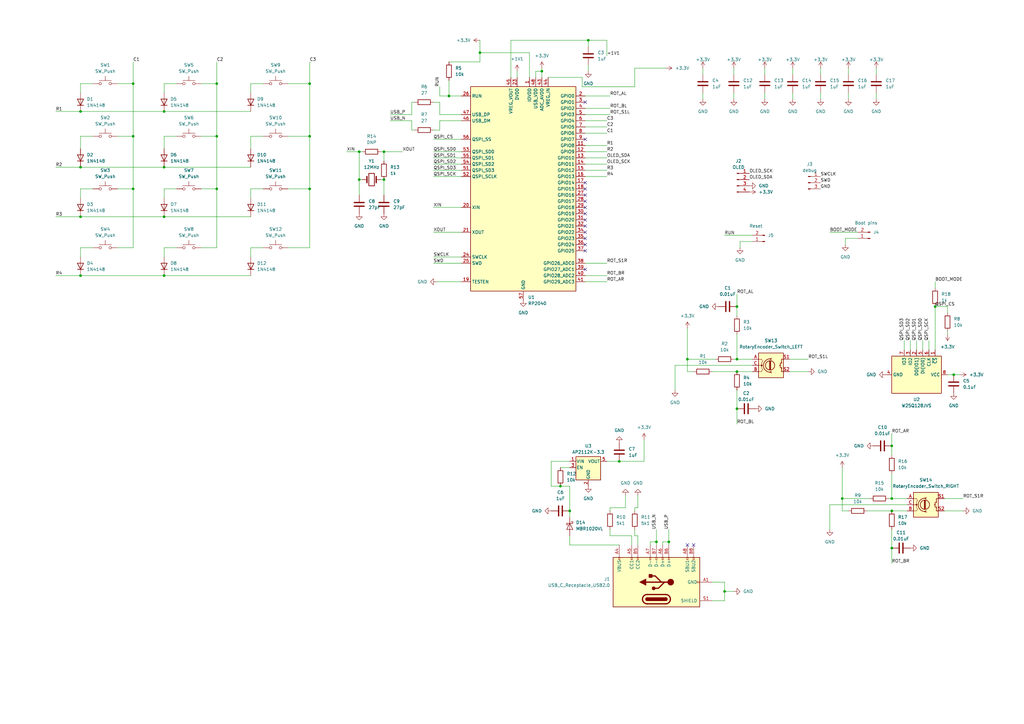
<source format=kicad_sch>
(kicad_sch (version 20230121) (generator eeschema)
  (paper "A3")
  (title_block (title "smol moth macropad :)") (date "2023-06-17") (rev "0.1"))
  (junction (at 67.31 68.58))
  (junction (at 274.32 222.25))
  (junction (at 302.26 125.73))
  (junction (at 297.18 242.57))
  (junction (at 365.76 204.47))
  (junction (at 88.9 34.29))
  (junction (at 33.02 45.72))
  (junction (at 269.24 222.25))
  (junction (at 67.31 113.03))
  (junction (at 33.02 88.9))
  (junction (at 222.25 29.21))
  (junction (at 147.32 62.23))
  (junction (at 33.02 68.58))
  (junction (at 345.44 204.47))
  (junction (at 365.76 224.79))
  (junction (at 88.9 77.47))
  (junction (at 127 77.47))
  (junction (at 33.02 113.03))
  (junction (at 54.61 55.88))
  (junction (at 281.94 147.32))
  (junction (at 241.3 16.51))
  (junction (at 127 34.29))
  (junction (at 229.87 199.39))
  (junction (at 302.26 152.4))
  (junction (at 157.48 62.23))
  (junction (at 196.85 21.59))
  (junction (at 54.61 34.29))
  (junction (at 127 55.88))
  (junction (at 365.76 209.55))
  (junction (at 88.9 55.88))
  (junction (at 67.31 88.9))
  (junction (at 365.76 182.88))
  (junction (at 302.26 147.32))
  (junction (at 302.26 167.64))
  (junction (at 254 189.23))
  (junction (at 391.16 153.67))
  (junction (at 383.54 125.73))
  (junction (at 157.48 73.66))
  (junction (at 147.32 73.66))
  (junction (at 233.68 209.55))
  (junction (at 54.61 77.47))
  (junction (at 184.15 39.37))
  (junction (at 67.31 45.72))
  (no_connect (at 240.03 82.55))
  (no_connect (at 240.03 90.17))
  (no_connect (at 240.03 77.47))
  (no_connect (at 281.94 223.52))
  (no_connect (at 240.03 57.15))
  (no_connect (at 240.03 102.87))
  (no_connect (at 240.03 80.01))
  (no_connect (at 240.03 87.63))
  (no_connect (at 240.03 85.09))
  (no_connect (at 240.03 74.93))
  (no_connect (at 240.03 97.79))
  (no_connect (at 284.48 223.52))
  (no_connect (at 240.03 100.33))
  (no_connect (at 240.03 95.25))
  (no_connect (at 240.03 41.91))
  (no_connect (at 240.03 92.71))
  (no_connect (at 240.03 110.49))
  (wire (pts (xy 271.78 223.52) (xy 271.78 222.25)))
  (wire (pts (xy 302.26 160.02) (xy 302.26 167.64)))
  (wire (pts (xy 157.48 62.23) (xy 165.1 62.23)))
  (wire (pts (xy 240.03 46.99) (xy 250.19 46.99)))
  (wire (pts (xy 254 189.23) (xy 264.16 189.23)))
  (wire (pts (xy 118.11 55.88) (xy 127 55.88)))
  (wire (pts (xy 240.03 52.07) (xy 248.92 52.07)))
  (wire (pts (xy 147.32 62.23) (xy 148.59 62.23)))
  (wire (pts (xy 240.03 113.03) (xy 248.92 113.03)))
  (wire (pts (xy 33.02 113.03) (xy 67.31 113.03)))
  (wire (pts (xy 383.54 115.57) (xy 383.54 118.11)))
  (wire (pts (xy 102.87 55.88) (xy 102.87 60.96)))
  (wire (pts (xy 177.8 57.15) (xy 189.23 57.15)))
  (wire (pts (xy 168.91 53.34) (xy 168.91 49.53)))
  (wire (pts (xy 180.34 49.53) (xy 189.23 49.53)))
  (wire (pts (xy 222.25 29.21) (xy 222.25 31.75)))
  (wire (pts (xy 372.11 207.01) (xy 340.36 207.01)))
  (wire (pts (xy 260.35 27.94) (xy 273.05 27.94)))
  (wire (pts (xy 67.31 113.03) (xy 102.87 113.03)))
  (wire (pts (xy 177.8 64.77) (xy 189.23 64.77)))
  (wire (pts (xy 383.54 125.73) (xy 388.62 125.73)))
  (wire (pts (xy 375.92 139.7) (xy 375.92 143.51)))
  (wire (pts (xy 347.98 27.94) (xy 347.98 30.48)))
  (wire (pts (xy 147.32 73.66) (xy 147.32 62.23)))
  (wire (pts (xy 336.55 38.1) (xy 336.55 40.64)))
  (wire (pts (xy 250.19 217.17) (xy 250.19 219.71)))
  (wire (pts (xy 248.92 189.23) (xy 254 189.23)))
  (wire (pts (xy 177.8 85.09) (xy 189.23 85.09)))
  (wire (pts (xy 346.71 97.79) (xy 346.71 100.33)))
  (wire (pts (xy 72.39 34.29) (xy 67.31 34.29)))
  (wire (pts (xy 260.35 35.56) (xy 260.35 27.94)))
  (wire (pts (xy 88.9 77.47) (xy 88.9 101.6)))
  (wire (pts (xy 264.16 189.23) (xy 264.16 180.34)))
  (wire (pts (xy 269.24 217.17) (xy 269.24 222.25)))
  (wire (pts (xy 209.55 31.75) (xy 209.55 16.51)))
  (wire (pts (xy 38.1 77.47) (xy 33.02 77.47)))
  (wire (pts (xy 102.87 34.29) (xy 102.87 38.1)))
  (wire (pts (xy 274.32 217.17) (xy 274.32 222.25)))
  (wire (pts (xy 180.34 53.34) (xy 180.34 49.53)))
  (wire (pts (xy 300.99 147.32) (xy 302.26 147.32)))
  (wire (pts (xy 345.44 204.47) (xy 345.44 191.77)))
  (wire (pts (xy 184.15 25.4) (xy 196.85 25.4)))
  (wire (pts (xy 297.18 96.52) (xy 308.61 96.52)))
  (wire (pts (xy 313.69 38.1) (xy 313.69 40.64)))
  (wire (pts (xy 266.7 223.52) (xy 266.7 222.25)))
  (wire (pts (xy 281.94 147.32) (xy 281.94 134.62)))
  (wire (pts (xy 168.91 53.34) (xy 170.18 53.34)))
  (wire (pts (xy 33.02 55.88) (xy 33.02 60.96)))
  (wire (pts (xy 107.95 101.6) (xy 102.87 101.6)))
  (wire (pts (xy 303.53 99.06) (xy 303.53 101.6)))
  (wire (pts (xy 260.35 208.28) (xy 261.62 208.28)))
  (wire (pts (xy 156.21 62.23) (xy 157.48 62.23)))
  (wire (pts (xy 260.35 208.28) (xy 260.35 209.55)))
  (wire (pts (xy 168.91 49.53) (xy 160.02 49.53)))
  (wire (pts (xy 308.61 152.4) (xy 302.26 152.4)))
  (wire (pts (xy 177.8 105.41) (xy 189.23 105.41)))
  (wire (pts (xy 345.44 209.55) (xy 345.44 204.47)))
  (wire (pts (xy 241.3 26.67) (xy 241.3 29.21)))
  (wire (pts (xy 157.48 73.66) (xy 157.48 80.01)))
  (wire (pts (xy 248.92 16.51) (xy 248.92 22.86)))
  (wire (pts (xy 54.61 77.47) (xy 54.61 101.6)))
  (wire (pts (xy 300.99 38.1) (xy 300.99 40.64)))
  (wire (pts (xy 274.32 222.25) (xy 274.32 223.52)))
  (wire (pts (xy 240.03 115.57) (xy 248.92 115.57)))
  (wire (pts (xy 238.76 35.56) (xy 260.35 35.56)))
  (wire (pts (xy 33.02 68.58) (xy 67.31 68.58)))
  (wire (pts (xy 365.76 194.31) (xy 365.76 204.47)))
  (wire (pts (xy 127 34.29) (xy 127 55.88)))
  (wire (pts (xy 72.39 101.6) (xy 67.31 101.6)))
  (wire (pts (xy 33.02 77.47) (xy 33.02 81.28)))
  (wire (pts (xy 88.9 34.29) (xy 88.9 55.88)))
  (wire (pts (xy 67.31 101.6) (xy 67.31 105.41)))
  (wire (pts (xy 323.85 147.32) (xy 331.47 147.32)))
  (wire (pts (xy 177.8 53.34) (xy 180.34 53.34)))
  (wire (pts (xy 365.76 217.17) (xy 365.76 224.79)))
  (wire (pts (xy 365.76 177.8) (xy 365.76 182.88)))
  (wire (pts (xy 302.26 167.64) (xy 302.26 173.99)))
  (wire (pts (xy 147.32 80.01) (xy 147.32 73.66)))
  (wire (pts (xy 88.9 25.4) (xy 88.9 34.29)))
  (wire (pts (xy 387.35 204.47) (xy 394.97 204.47)))
  (wire (pts (xy 240.03 107.95) (xy 248.92 107.95)))
  (wire (pts (xy 88.9 55.88) (xy 88.9 77.47)))
  (wire (pts (xy 54.61 25.4) (xy 54.61 34.29)))
  (wire (pts (xy 107.95 77.47) (xy 102.87 77.47)))
  (wire (pts (xy 196.85 25.4) (xy 196.85 21.59)))
  (wire (pts (xy 102.87 101.6) (xy 102.87 105.41)))
  (wire (pts (xy 391.16 153.67) (xy 393.7 153.67)))
  (wire (pts (xy 156.21 73.66) (xy 157.48 73.66)))
  (wire (pts (xy 127 25.4) (xy 127 34.29)))
  (wire (pts (xy 233.68 209.55) (xy 233.68 212.09)))
  (wire (pts (xy 177.8 107.95) (xy 189.23 107.95)))
  (wire (pts (xy 48.26 34.29) (xy 54.61 34.29)))
  (wire (pts (xy 168.91 41.91) (xy 168.91 46.99)))
  (wire (pts (xy 365.76 224.79) (xy 365.76 231.14)))
  (wire (pts (xy 238.76 31.75) (xy 238.76 35.56)))
  (wire (pts (xy 168.91 41.91) (xy 170.18 41.91)))
  (wire (pts (xy 219.71 31.75) (xy 219.71 29.21)))
  (wire (pts (xy 365.76 204.47) (xy 372.11 204.47)))
  (wire (pts (xy 54.61 55.88) (xy 54.61 77.47)))
  (wire (pts (xy 22.86 113.03) (xy 33.02 113.03)))
  (wire (pts (xy 250.19 208.28) (xy 250.19 209.55)))
  (wire (pts (xy 241.3 16.51) (xy 241.3 19.05)))
  (wire (pts (xy 250.19 208.28) (xy 256.54 208.28)))
  (wire (pts (xy 271.78 222.25) (xy 274.32 222.25)))
  (wire (pts (xy 179.07 115.57) (xy 189.23 115.57)))
  (wire (pts (xy 240.03 39.37) (xy 250.19 39.37)))
  (wire (pts (xy 284.48 152.4) (xy 281.94 152.4)))
  (wire (pts (xy 370.84 139.7) (xy 370.84 143.51)))
  (wire (pts (xy 38.1 55.88) (xy 33.02 55.88)))
  (wire (pts (xy 240.03 44.45) (xy 250.19 44.45)))
  (wire (pts (xy 212.09 29.21) (xy 212.09 31.75)))
  (wire (pts (xy 82.55 77.47) (xy 88.9 77.47)))
  (wire (pts (xy 229.87 199.39) (xy 233.68 199.39)))
  (wire (pts (xy 88.9 101.6) (xy 82.55 101.6)))
  (wire (pts (xy 388.62 135.89) (xy 388.62 137.16)))
  (wire (pts (xy 102.87 77.47) (xy 102.87 81.28)))
  (wire (pts (xy 22.86 88.9) (xy 33.02 88.9)))
  (wire (pts (xy 67.31 34.29) (xy 67.31 38.1)))
  (wire (pts (xy 72.39 55.88) (xy 67.31 55.88)))
  (wire (pts (xy 347.98 38.1) (xy 347.98 40.64)))
  (wire (pts (xy 261.62 208.28) (xy 261.62 203.2)))
  (wire (pts (xy 54.61 101.6) (xy 48.26 101.6)))
  (wire (pts (xy 229.87 191.77) (xy 233.68 191.77)))
  (wire (pts (xy 378.46 139.7) (xy 378.46 143.51)))
  (wire (pts (xy 177.8 62.23) (xy 189.23 62.23)))
  (wire (pts (xy 48.26 55.88) (xy 54.61 55.88)))
  (wire (pts (xy 33.02 88.9) (xy 67.31 88.9)))
  (wire (pts (xy 241.3 16.51) (xy 248.92 16.51)))
  (wire (pts (xy 127 77.47) (xy 127 101.6)))
  (wire (pts (xy 269.24 222.25) (xy 269.24 223.52)))
  (wire (pts (xy 365.76 209.55) (xy 355.6 209.55)))
  (wire (pts (xy 217.17 31.75) (xy 217.17 21.59)))
  (wire (pts (xy 359.41 38.1) (xy 359.41 40.64)))
  (wire (pts (xy 240.03 72.39) (xy 248.92 72.39)))
  (wire (pts (xy 302.26 125.73) (xy 302.26 129.54)))
  (wire (pts (xy 325.12 27.94) (xy 325.12 30.48)))
  (wire (pts (xy 224.79 31.75) (xy 238.76 31.75)))
  (wire (pts (xy 67.31 55.88) (xy 67.31 60.96)))
  (wire (pts (xy 54.61 34.29) (xy 54.61 55.88)))
  (wire (pts (xy 281.94 147.32) (xy 293.37 147.32)))
  (wire (pts (xy 217.17 21.59) (xy 196.85 21.59)))
  (wire (pts (xy 256.54 208.28) (xy 256.54 203.2)))
  (wire (pts (xy 226.06 199.39) (xy 226.06 189.23)))
  (wire (pts (xy 276.86 149.86) (xy 276.86 160.02)))
  (wire (pts (xy 229.87 199.39) (xy 226.06 199.39)))
  (wire (pts (xy 297.18 246.38) (xy 297.18 242.57)))
  (wire (pts (xy 260.35 219.71) (xy 261.62 219.71)))
  (wire (pts (xy 82.55 55.88) (xy 88.9 55.88)))
  (wire (pts (xy 297.18 242.57) (xy 297.18 238.76)))
  (wire (pts (xy 345.44 204.47) (xy 356.87 204.47)))
  (wire (pts (xy 300.99 27.94) (xy 300.99 30.48)))
  (wire (pts (xy 288.29 38.1) (xy 288.29 40.64)))
  (wire (pts (xy 308.61 99.06) (xy 303.53 99.06)))
  (wire (pts (xy 359.41 27.94) (xy 359.41 30.48)))
  (wire (pts (xy 118.11 77.47) (xy 127 77.47)))
  (wire (pts (xy 297.18 238.76) (xy 292.1 238.76)))
  (wire (pts (xy 325.12 38.1) (xy 325.12 40.64)))
  (wire (pts (xy 127 55.88) (xy 127 77.47)))
  (wire (pts (xy 240.03 49.53) (xy 248.92 49.53)))
  (wire (pts (xy 180.34 41.91) (xy 180.34 46.99)))
  (wire (pts (xy 347.98 209.55) (xy 345.44 209.55)))
  (wire (pts (xy 233.68 199.39) (xy 233.68 209.55)))
  (wire (pts (xy 336.55 27.94) (xy 336.55 30.48)))
  (wire (pts (xy 184.15 39.37) (xy 180.34 39.37)))
  (wire (pts (xy 177.8 69.85) (xy 189.23 69.85)))
  (wire (pts (xy 261.62 219.71) (xy 261.62 223.52)))
  (wire (pts (xy 292.1 246.38) (xy 297.18 246.38)))
  (wire (pts (xy 48.26 77.47) (xy 54.61 77.47)))
  (wire (pts (xy 288.29 27.94) (xy 288.29 30.48)))
  (wire (pts (xy 72.39 77.47) (xy 67.31 77.47)))
  (wire (pts (xy 240.03 64.77) (xy 248.92 64.77)))
  (wire (pts (xy 302.26 137.16) (xy 302.26 147.32)))
  (wire (pts (xy 340.36 95.25) (xy 351.79 95.25)))
  (wire (pts (xy 387.35 209.55) (xy 394.97 209.55)))
  (wire (pts (xy 107.95 55.88) (xy 102.87 55.88)))
  (wire (pts (xy 67.31 45.72) (xy 102.87 45.72)))
  (wire (pts (xy 184.15 39.37) (xy 184.15 33.02)))
  (wire (pts (xy 323.85 152.4) (xy 331.47 152.4)))
  (wire (pts (xy 266.7 222.25) (xy 269.24 222.25)))
  (wire (pts (xy 383.54 143.51) (xy 383.54 125.73)))
  (wire (pts (xy 209.55 16.51) (xy 241.3 16.51)))
  (wire (pts (xy 308.61 149.86) (xy 276.86 149.86)))
  (wire (pts (xy 250.19 219.71) (xy 259.08 219.71)))
  (wire (pts (xy 302.26 120.65) (xy 302.26 125.73)))
  (wire (pts (xy 351.79 97.79) (xy 346.71 97.79)))
  (wire (pts (xy 240.03 59.69) (xy 248.92 59.69)))
  (wire (pts (xy 340.36 207.01) (xy 340.36 217.17)))
  (wire (pts (xy 157.48 66.04) (xy 157.48 62.23)))
  (wire (pts (xy 313.69 27.94) (xy 313.69 30.48)))
  (wire (pts (xy 226.06 189.23) (xy 233.68 189.23)))
  (wire (pts (xy 364.49 204.47) (xy 365.76 204.47)))
  (wire (pts (xy 240.03 67.31) (xy 248.92 67.31)))
  (wire (pts (xy 168.91 46.99) (xy 160.02 46.99)))
  (wire (pts (xy 177.8 72.39) (xy 189.23 72.39)))
  (wire (pts (xy 180.34 46.99) (xy 189.23 46.99)))
  (wire (pts (xy 38.1 101.6) (xy 33.02 101.6)))
  (wire (pts (xy 127 101.6) (xy 118.11 101.6)))
  (wire (pts (xy 240.03 54.61) (xy 248.92 54.61)))
  (wire (pts (xy 240.03 69.85) (xy 248.92 69.85)))
  (wire (pts (xy 254 223.52) (xy 233.68 223.52)))
  (wire (pts (xy 177.8 41.91) (xy 180.34 41.91)))
  (wire (pts (xy 67.31 88.9) (xy 102.87 88.9)))
  (wire (pts (xy 33.02 101.6) (xy 33.02 105.41)))
  (wire (pts (xy 33.02 45.72) (xy 67.31 45.72)))
  (wire (pts (xy 118.11 34.29) (xy 127 34.29)))
  (wire (pts (xy 147.32 73.66) (xy 148.59 73.66)))
  (wire (pts (xy 22.86 45.72) (xy 33.02 45.72)))
  (wire (pts (xy 107.95 34.29) (xy 102.87 34.29)))
  (wire (pts (xy 373.38 139.7) (xy 373.38 143.51)))
  (wire (pts (xy 82.55 34.29) (xy 88.9 34.29)))
  (wire (pts (xy 67.31 68.58) (xy 102.87 68.58)))
  (wire (pts (xy 260.35 217.17) (xy 260.35 219.71)))
  (wire (pts (xy 67.31 77.47) (xy 67.31 81.28)))
  (wire (pts (xy 33.02 34.29) (xy 33.02 38.1)))
  (wire (pts (xy 365.76 182.88) (xy 365.76 186.69)))
  (wire (pts (xy 381 139.7) (xy 381 143.51)))
  (wire (pts (xy 372.11 209.55) (xy 365.76 209.55)))
  (wire (pts (xy 142.24 62.23) (xy 147.32 62.23)))
  (wire (pts (xy 297.18 242.57) (xy 300.99 242.57)))
  (wire (pts (xy 302.26 147.32) (xy 308.61 147.32)))
  (wire (pts (xy 177.8 95.25) (xy 189.23 95.25)))
  (wire (pts (xy 222.25 27.94) (xy 222.25 29.21)))
  (wire (pts (xy 189.23 39.37) (xy 184.15 39.37)))
  (wire (pts (xy 177.8 67.31) (xy 189.23 67.31)))
  (wire (pts (xy 240.03 62.23) (xy 248.92 62.23)))
  (wire (pts (xy 302.26 152.4) (xy 292.1 152.4)))
  (wire (pts (xy 38.1 34.29) (xy 33.02 34.29)))
  (wire (pts (xy 196.85 21.59) (xy 196.85 16.51)))
  (wire (pts (xy 233.68 223.52) (xy 233.68 219.71)))
  (wire (pts (xy 259.08 219.71) (xy 259.08 223.52)))
  (wire (pts (xy 388.62 125.73) (xy 388.62 128.27)))
  (wire (pts (xy 281.94 152.4) (xy 281.94 147.32)))
  (wire (pts (xy 180.34 35.56) (xy 180.34 39.37)))
  (wire (pts (xy 388.62 153.67) (xy 391.16 153.67)))
  (wire (pts (xy 219.71 29.21) (xy 222.25 29.21)))
  (wire (pts (xy 22.86 68.58) (xy 33.02 68.58)))
  (label "USB_P" (at 160.02 46.99 0))
  (label "ROT_AL" (at 250.19 39.37 0))
  (label "USB_P" (at 274.32 217.17 90))
  (label "RUN" (at 180.34 35.56 90))
  (label "C3" (at 248.92 49.53 0))
  (label "OLED_SCK" (at 248.92 67.31 0))
  (label "GND" (at 336.55 77.47 0))
  (label "QSPI_SD0" (at 177.8 62.23 0))
  (label "BOOT_MODE" (at 383.54 115.57 0))
  (label "R2" (at 22.86 68.58 0))
  (label "+1V1" (at 248.92 22.86 0))
  (label "SWCLK" (at 177.8 105.41 0))
  (label "XOUT" (at 165.1 62.23 0))
  (label "R1" (at 248.92 59.69 0))
  (label "ROT_AL" (at 302.26 120.65 0))
  (label "SWD" (at 177.8 107.95 0))
  (label "QSPI_SD2" (at 373.38 139.7 90))
  (label "USB_N" (at 160.02 49.53 0))
  (label "R1" (at 22.86 45.72 0))
  (label "C2" (at 88.9 25.4 0))
  (label "OLED_SCK" (at 307.34 71.12 0))
  (label "ROT_BR" (at 248.92 113.03 0))
  (label "OLED_SDA" (at 248.92 64.77 0))
  (label "RUN" (at 297.18 96.52 0))
  (label "ROT_BR" (at 365.76 231.14 0))
  (label "QSPI_SD3" (at 370.84 139.7 90))
  (label "R4" (at 22.86 113.03 0))
  (label "R3" (at 22.86 88.9 0))
  (label "ROT_S1L" (at 331.47 147.32 0))
  (label "BOOT_MODE" (at 340.36 95.25 0))
  (label "ROT_S1R" (at 394.97 204.47 0))
  (label "ROT_S1R" (at 248.92 107.95 0))
  (label "XIN" (at 142.24 62.23 0))
  (label "SWCLK" (at 336.55 72.39 0))
  (label "C1" (at 248.92 54.61 0))
  (label "XIN" (at 177.8 85.09 0))
  (label "C2" (at 248.92 52.07 0))
  (label "SWD" (at 336.55 74.93 0))
  (label "ROT_BL" (at 250.19 44.45 0))
  (label "QSPI_SCK" (at 177.8 72.39 0))
  (label "ROT_AR" (at 248.92 115.57 0))
  (label "C3" (at 127 25.4 0))
  (label "R4" (at 248.92 72.39 0))
  (label "XOUT" (at 177.8 95.25 0))
  (label "QSPI_SD1" (at 177.8 64.77 0))
  (label "R3" (at 248.92 69.85 0))
  (label "ROT_AR" (at 365.76 177.8 0))
  (label "QSPI_CS" (at 177.8 57.15 0))
  (label "C1" (at 54.61 25.4 0))
  (label "QSPI_SCK" (at 381 139.7 90))
  (label "QSPI_CS" (at 383.54 125.73 0))
  (label "OLED_SDA" (at 307.34 73.66 0))
  (label "QSPI_SD1" (at 375.92 139.7 90))
  (label "QSPI_SD2" (at 177.8 67.31 0))
  (label "QSPI_SD0" (at 378.46 139.7 90))
  (label "USB_N" (at 269.24 217.17 90))
  (label "ROT_S1L" (at 250.19 46.99 0))
  (label "R2" (at 248.92 62.23 0))
  (label "ROT_BL" (at 302.26 173.99 0))
  (label "QSPI_SD3" (at 177.8 69.85 0))
  (symbol (lib_id "Diode:MBR1020VL") (at 233.68 215.9 270) (unit 1)
    (property "Reference" "D14" (at 236.22 214.3125 90) (effects (justify left)))
    (property "Value" "MBR1020VL" (at 236.22 216.8525 90) (effects (justify left)))
    (property "Footprint" "Diode_SMD:D_SOD-123F" (effects hide))
    (property "Datasheet" "https://www.onsemi.com/pub/Collateral/MBR1020VL-D.PDF" (effects hide))
  )
  (symbol (lib_id "Device:C") (at 300.99 34.29 0) (unit 1)
    (property "Reference" "C12" (at 304.8 33.02 0) (effects (justify left)))
    (property "Value" "1uF" (at 304.8 35.56 0) (effects (justify left)))
    (property "Footprint" "Capacitor_SMD:C_0603_1608Metric" (effects hide))
  )
  (symbol (lib_id "Device:C") (at 361.95 182.88 90) (unit 1)
    (property "Reference" "C10" (at 361.95 175.26 90))
    (property "Value" "0.01uF" (at 361.95 177.8 90))
    (property "Footprint" "Capacitor_SMD:C_0603_1608Metric" (effects hide))
  )
  (symbol (lib_id "power:+3.3V") (at 347.98 27.94 0) (unit 1)
    (property "Reference" "#PWR041" (effects hide))
    (property "Value" "+3.3V" (at 347.98 24.4381 0))
  )
  (symbol (lib_id "power:GND") (at 373.38 224.79 90) (unit 1)
    (property "Reference" "#PWR025" (effects hide))
    (property "Value" "GND" (at 377.19 224.79 90) (effects (justify right)))
  )
  (symbol (lib_id "power:+3.3V") (at 288.29 27.94 0) (unit 1)
    (property "Reference" "#PWR032" (effects hide))
    (property "Value" "+3.3V" (at 288.29 24.4381 0))
  )
  (symbol (lib_name "GND_2") (lib_id "power:GND") (at 313.69 40.64 0) (unit 1)
    (property "Reference" "#PWR036" (effects hide))
    (property "Value" "GND" (at 313.69 45.72 0))
  )
  (symbol (lib_id "Switch:SW_Push") (at 77.47 34.29 0) (unit 1)
    (property "Reference" "SW5" (at 77.47 26.67 0))
    (property "Value" "SW_Push" (at 77.47 29.21 0))
    (property "Footprint" "PCM_Switch_Keyboard_Cherry_MX:SW_Cherry_MX_Plate" (effects hide))
  )
  (symbol (lib_id "Device:R") (at 152.4 62.23 90) (unit 1)
    (property "Reference" "R14" (at 152.4 55.88 90))
    (property "Value" "DNP" (at 152.4 58.42 90))
    (property "Footprint" "Resistor_SMD:R_0603_1608Metric" (effects hide))
  )
  (symbol (lib_id "Device:R") (at 260.35 213.36 0) (unit 1)
    (property "Reference" "R11" (at 262.89 212.09 0) (effects (justify left)))
    (property "Value" "5k1" (at 262.89 214.63 0) (effects (justify left)))
    (property "Footprint" "Resistor_SMD:R_0603_1608Metric" (effects hide))
  )
  (symbol (lib_id "power:+3.3V") (at 325.12 27.94 0) (unit 1)
    (property "Reference" "#PWR037" (effects hide))
    (property "Value" "+3.3V" (at 325.12 24.4381 0))
  )
  (symbol (lib_name "GND_9") (lib_id "power:GND") (at 241.3 199.39 0) (unit 1)
    (property "Reference" "#PWR022" (effects hide))
    (property "Value" "GND" (at 241.3 204.47 0))
  )
  (symbol (lib_id "Connector:Conn_01x02_Pin") (at 356.87 97.79 180) (unit 1)
    (property "Reference" "J4" (at 358.14 95.25 0) (effects (justify right)))
    (property "Value" "Boot pins" (at 350.52 91.44 0) (effects (justify right)))
    (property "Footprint" "Connector_PinHeader_2.54mm:PinHeader_1x02_P2.54mm_Vertical" (effects hide))
  )
  (symbol (lib_id "Device:C") (at 313.69 34.29 0) (unit 1)
    (property "Reference" "C13" (at 317.5 33.02 0) (effects (justify left)))
    (property "Value" "1uF" (at 317.5 35.56 0) (effects (justify left)))
    (property "Footprint" "Capacitor_SMD:C_0603_1608Metric" (effects hide))
  )
  (symbol (lib_id "power:GND") (at 157.48 87.63 0) (unit 1)
    (property "Reference" "#PWR029" (effects hide))
    (property "Value" "GND" (at 157.48 92.71 0))
  )
  (symbol (lib_id "power:+1V1") (at 212.09 29.21 0) (unit 1)
    (property "Reference" "#PWR07" (effects hide))
    (property "Value" "+1V1" (at 212.09 24.13 0))
  )
  (symbol (lib_id "Diode:1N4148") (at 67.31 64.77 90) (unit 1)
    (property "Reference" "D6" (at 69.85 63.5 90) (effects (justify right)))
    (property "Value" "1N4148" (at 69.85 66.04 90) (effects (justify right)))
    (property "Footprint" "Diode_THT:D_DO-35_SOD27_P7.62mm_Horizontal" (effects hide))
    (property "Datasheet" "https://assets.nexperia.com/documents/data-sheet/1N4148_1N4448.pdf" (effects hide))
    (property "Sim.Device" "D" (effects hide))
    (property "Sim.Pins" "1=K 2=A" (effects hide))
  )
  (symbol (lib_id "Device:R") (at 388.62 132.08 0) (unit 1)
    (property "Reference" "R8" (at 391.16 130.81 0) (effects (justify left)))
    (property "Value" "10k" (at 391.16 133.35 0) (effects (justify left)))
    (property "Footprint" "Resistor_SMD:R_0603_1608Metric" (effects hide))
  )
  (symbol (lib_id "power:+3.3V") (at 222.25 27.94 0) (unit 1)
    (property "Reference" "#PWR011" (effects hide))
    (property "Value" "+3.3V" (at 222.25 22.86 0))
  )
  (symbol (lib_id "power:GND") (at 346.71 100.33 0) (unit 1)
    (property "Reference" "#PWR047" (effects hide))
    (property "Value" "GND" (at 346.71 105.41 0))
  )
  (symbol (lib_name "GND_5") (lib_id "power:GND") (at 256.54 203.2 180) (unit 1)
    (property "Reference" "#PWR017" (effects hide))
    (property "Value" "GND" (at 256.54 198.12 0))
  )
  (symbol (lib_name "GND_2") (lib_id "power:GND") (at 359.41 40.64 0) (unit 1)
    (property "Reference" "#PWR044" (effects hide))
    (property "Value" "GND" (at 359.41 45.72 0))
  )
  (symbol (lib_id "power:GND") (at 294.64 125.73 270) (unit 1)
    (property "Reference" "#PWR031" (effects hide))
    (property "Value" "GND" (at 290.83 125.73 90) (effects (justify right)))
  )
  (symbol (lib_id "power:GND") (at 147.32 87.63 0) (unit 1)
    (property "Reference" "#PWR028" (effects hide))
    (property "Value" "GND" (at 147.32 92.71 0))
  )
  (symbol (lib_id "Switch:SW_Push") (at 113.03 55.88 0) (unit 1)
    (property "Reference" "SW10" (at 113.03 48.26 0))
    (property "Value" "SW_Push" (at 113.03 50.8 0))
    (property "Footprint" "PCM_Switch_Keyboard_Cherry_MX:SW_Cherry_MX_Plate" (effects hide))
  )
  (symbol (lib_id "Device:RotaryEncoder_Switch") (at 379.73 207.01 0) (unit 1)
    (property "Reference" "SW14" (at 379.73 196.85 0))
    (property "Value" "RotaryEncoder_Switch_RIGHT" (at 379.73 199.39 0))
    (property "Footprint" "Rotary_Encoder:RotaryEncoder_Alps_EC11E-Switch_Vertical_H20mm" (effects hide))
  )
  (symbol (lib_name "GND_2") (lib_id "power:GND") (at 300.99 40.64 0) (unit 1)
    (property "Reference" "#PWR034" (effects hide))
    (property "Value" "GND" (at 300.99 45.72 0))
  )
  (symbol (lib_id "Device:C") (at 157.48 83.82 0) (unit 1)
    (property "Reference" "C9" (at 161.29 82.55 0) (effects (justify left)))
    (property "Value" "27pF" (at 161.29 85.09 0) (effects (justify left)))
    (property "Footprint" "Capacitor_SMD:C_0603_1608Metric" (effects hide))
  )
  (symbol (lib_id "Device:C") (at 325.12 34.29 0) (unit 1)
    (property "Reference" "C14" (at 328.93 33.02 0) (effects (justify left)))
    (property "Value" "1uF" (at 328.93 35.56 0) (effects (justify left)))
    (property "Footprint" "Capacitor_SMD:C_0603_1608Metric" (effects hide))
  )
  (symbol (lib_id "Device:R") (at 365.76 213.36 0) (unit 1)
    (property "Reference" "R17" (at 368.3 212.09 0) (effects (justify left)))
    (property "Value" "10k" (at 368.3 214.63 0) (effects (justify left)))
    (property "Footprint" "Resistor_SMD:R_0603_1608Metric" (effects hide))
  )
  (symbol (lib_id "power:+3.3V") (at 388.62 137.16 180) (unit 1)
    (property "Reference" "#PWR015" (effects hide))
    (property "Value" "+3.3V" (at 388.62 142.24 0))
  )
  (symbol (lib_id "Switch:SW_Push") (at 113.03 77.47 0) (unit 1)
    (property "Reference" "SW11" (at 113.03 69.85 0))
    (property "Value" "SW_Push" (at 113.03 72.39 0))
    (property "Footprint" "PCM_Switch_Keyboard_Cherry_MX:SW_Cherry_MX_Plate" (effects hide))
  )
  (symbol (lib_id "power:GND") (at 394.97 209.55 90) (unit 1)
    (property "Reference" "#PWR046" (effects hide))
    (property "Value" "GND" (at 398.78 209.55 90) (effects (justify right)))
  )
  (symbol (lib_id "power:+3.3V") (at 313.69 27.94 0) (unit 1)
    (property "Reference" "#PWR035" (effects hide))
    (property "Value" "+3.3V" (at 313.69 24.4381 0))
  )
  (symbol (lib_id "power:+3.3V") (at 300.99 27.94 0) (unit 1)
    (property "Reference" "#PWR033" (effects hide))
    (property "Value" "+3.3V" (at 300.99 24.4381 0))
  )
  (symbol (lib_name "GND_3") (lib_id "power:GND") (at 363.22 153.67 270) (unit 1)
    (property "Reference" "#PWR012" (effects hide))
    (property "Value" "GND" (at 359.41 153.67 90) (effects (justify right)))
  )
  (symbol (lib_id "Device:R") (at 360.68 204.47 90) (unit 1)
    (property "Reference" "R15" (at 360.68 198.12 90))
    (property "Value" "10k" (at 360.68 200.66 90))
    (property "Footprint" "Resistor_SMD:R_0603_1608Metric" (effects hide))
  )
  (symbol (lib_id "Switch:SW_Push") (at 43.18 77.47 0) (unit 1)
    (property "Reference" "SW3" (at 43.18 69.85 0))
    (property "Value" "SW_Push" (at 43.18 72.39 0))
    (property "Footprint" "PCM_Switch_Keyboard_Cherry_MX:SW_Cherry_MX_Plate" (effects hide))
  )
  (symbol (lib_id "Device:R") (at 383.54 121.92 0) (unit 1)
    (property "Reference" "R18" (at 386.08 120.65 0) (effects (justify left)))
    (property "Value" "1k" (at 386.08 123.19 0) (effects (justify left)))
    (property "Footprint" "Resistor_SMD:R_0603_1608Metric" (effects hide))
  )
  (symbol (lib_id "power:+3.3V") (at 281.94 134.62 0) (unit 1)
    (property "Reference" "#PWR01" (effects hide))
    (property "Value" "+3.3V" (at 281.94 129.54 0))
  )
  (symbol (lib_id "Diode:1N4148") (at 102.87 85.09 90) (unit 1)
    (property "Reference" "D11" (at 105.41 83.82 90) (effects (justify right)))
    (property "Value" "1N4148" (at 105.41 86.36 90) (effects (justify right)))
    (property "Footprint" "Diode_THT:D_DO-35_SOD27_P7.62mm_Horizontal" (effects hide))
    (property "Datasheet" "https://assets.nexperia.com/documents/data-sheet/1N4148_1N4448.pdf" (effects hide))
    (property "Sim.Device" "D" (effects hide))
    (property "Sim.Pins" "1=K 2=A" (effects hide))
  )
  (symbol (lib_id "Device:R") (at 288.29 152.4 90) (unit 1)
    (property "Reference" "R1" (at 288.29 146.05 90))
    (property "Value" "10k" (at 288.29 148.59 90))
    (property "Footprint" "Resistor_SMD:R_0603_1608Metric" (effects hide))
  )
  (symbol (lib_id "Device:Crystal") (at 152.4 73.66 0) (unit 1)
    (property "Reference" "Y1" (at 152.4 66.04 0))
    (property "Value" "12MHz" (at 152.4 68.58 0))
    (property "Footprint" "Crystal:Crystal_HC49-U_Vertical" (effects hide))
  )
  (symbol (lib_id "Device:R") (at 365.76 190.5 0) (unit 1)
    (property "Reference" "R16" (at 368.3 189.23 0) (effects (justify left)))
    (property "Value" "10k" (at 368.3 191.77 0) (effects (justify left)))
    (property "Footprint" "Resistor_SMD:R_0603_1608Metric" (effects hide))
  )
  (symbol (lib_id "Device:R") (at 302.26 133.35 0) (unit 1)
    (property "Reference" "R3" (at 304.8 132.08 0) (effects (justify left)))
    (property "Value" "10k" (at 304.8 134.62 0) (effects (justify left)))
    (property "Footprint" "Resistor_SMD:R_0603_1608Metric" (effects hide))
  )
  (symbol (lib_id "Device:R") (at 229.87 195.58 0) (unit 1)
    (property "Reference" "R12" (at 232.41 194.31 0) (effects (justify left)))
    (property "Value" "10k" (at 232.41 196.85 0) (effects (justify left)))
    (property "Footprint" "Resistor_SMD:R_0603_1608Metric" (effects hide))
  )
  (symbol (lib_id "Connector:Conn_01x04_Pin") (at 302.26 73.66 0) (unit 1)
    (property "Reference" "J2" (at 302.895 66.04 0))
    (property "Value" "OLED" (at 302.895 68.58 0))
    (property "Footprint" "Connector_PinSocket_2.54mm:PinSocket_1x04_P2.54mm_Vertical" (effects hide))
  )
  (symbol (lib_id "Device:C") (at 298.45 125.73 90) (unit 1)
    (property "Reference" "C1" (at 298.45 118.11 90))
    (property "Value" "0.01uF" (at 298.45 120.65 90))
    (property "Footprint" "Capacitor_SMD:C_0603_1608Metric" (effects hide))
  )
  (symbol (lib_id "Device:C") (at 347.98 34.29 0) (unit 1)
    (property "Reference" "C16" (at 351.79 33.02 0) (effects (justify left)))
    (property "Value" "1uF" (at 351.79 35.56 0) (effects (justify left)))
    (property "Footprint" "Capacitor_SMD:C_0603_1608Metric" (effects hide))
  )
  (symbol (lib_name "GND_5") (lib_id "power:GND") (at 261.62 203.2 180) (unit 1)
    (property "Reference" "#PWR018" (effects hide))
    (property "Value" "GND" (at 261.62 198.12 0))
  )
  (symbol (lib_id "Switch:SW_Push") (at 113.03 101.6 0) (unit 1)
    (property "Reference" "SW12" (at 113.03 93.98 0))
    (property "Value" "SW_Push" (at 113.03 96.52 0))
    (property "Footprint" "PCM_Switch_Keyboard_Cherry_MX:SW_Cherry_MX_Plate" (effects hide))
  )
  (symbol (lib_id "Device:R") (at 184.15 29.21 0) (unit 1)
    (property "Reference" "R5" (at 186.69 27.94 0) (effects (justify left)))
    (property "Value" "10k" (at 186.69 30.48 0) (effects (justify left)))
    (property "Footprint" "Resistor_SMD:R_0603_1608Metric" (effects hide))
  )
  (symbol (lib_id "Device:RotaryEncoder_Switch") (at 316.23 149.86 0) (unit 1)
    (property "Reference" "SW13" (at 316.23 139.7 0))
    (property "Value" "RotaryEncoder_Switch_LEFT" (at 316.23 142.24 0))
    (property "Footprint" "Rotary_Encoder:RotaryEncoder_Alps_EC11E-Switch_Vertical_H20mm" (effects hide))
  )
  (symbol (lib_id "Switch:SW_Push") (at 77.47 77.47 0) (unit 1)
    (property "Reference" "SW7" (at 77.47 69.85 0))
    (property "Value" "SW_Push" (at 77.47 72.39 0))
    (property "Footprint" "PCM_Switch_Keyboard_Cherry_MX:SW_Cherry_MX_Plate" (effects hide))
  )
  (symbol (lib_name "GND_6") (lib_id "power:GND") (at 226.06 209.55 270) (unit 1)
    (property "Reference" "#PWR019" (effects hide))
    (property "Value" "GND" (at 222.25 209.55 90) (effects (justify right)))
  )
  (symbol (lib_id "Device:C") (at 369.57 224.79 270) (unit 1)
    (property "Reference" "C11" (at 369.57 218.44 90))
    (property "Value" "0.01uF" (at 369.57 220.98 90))
    (property "Footprint" "Capacitor_SMD:C_0603_1608Metric" (effects hide))
  )
  (symbol (lib_id "Device:C") (at 229.87 209.55 90) (unit 1)
    (property "Reference" "C6" (at 229.87 201.93 90))
    (property "Value" "1uF" (at 229.87 204.47 90))
    (property "Footprint" "Capacitor_SMD:C_0603_1608Metric" (effects hide))
  )
  (symbol (lib_id "Connector:Conn_01x02_Pin") (at 313.69 99.06 180) (unit 1)
    (property "Reference" "J5" (at 314.96 96.52 0) (effects (justify right)))
    (property "Value" "Reset" (at 307.34 92.71 0) (effects (justify right)))
    (property "Footprint" "Connector_PinHeader_2.54mm:PinHeader_1x02_P2.54mm_Vertical" (effects hide))
  )
  (symbol (lib_id "Switch:SW_Push") (at 113.03 34.29 0) (unit 1)
    (property "Reference" "SW9" (at 113.03 26.67 0))
    (property "Value" "SW_Push" (at 113.03 29.21 0))
    (property "Footprint" "PCM_Switch_Keyboard_Cherry_MX:SW_Cherry_MX_Plate" (effects hide))
  )
  (symbol (lib_id "power:+3.3V") (at 336.55 27.94 0) (unit 1)
    (property "Reference" "#PWR039" (effects hide))
    (property "Value" "+3.3V" (at 336.55 24.4381 0))
  )
  (symbol (lib_id "Diode:1N4148") (at 67.31 85.09 90) (unit 1)
    (property "Reference" "D7" (at 69.85 83.82 90) (effects (justify right)))
    (property "Value" "1N4148" (at 69.85 86.36 90) (effects (justify right)))
    (property "Footprint" "Diode_THT:D_DO-35_SOD27_P7.62mm_Horizontal" (effects hide))
    (property "Datasheet" "https://assets.nexperia.com/documents/data-sheet/1N4148_1N4448.pdf" (effects hide))
    (property "Sim.Device" "D" (effects hide))
    (property "Sim.Pins" "1=K 2=A" (effects hide))
  )
  (symbol (lib_id "MCU_RaspberryPi:RP2040") (at 214.63 77.47 0) (unit 1)
    (property "Reference" "U1" (at 216.5859 121.92 0) (effects (justify left)))
    (property "Value" "RP2040" (at 216.5859 124.46 0) (effects (justify left)))
    (property "Footprint" "Package_DFN_QFN:QFN-56-1EP_7x7mm_P0.4mm_EP3.2x3.2mm" (effects hide))
    (property "Datasheet" "https://datasheets.raspberrypi.com/rp2040/rp2040-datasheet.pdf" (effects hide))
  )
  (symbol (lib_id "Device:C") (at 336.55 34.29 0) (unit 1)
    (property "Reference" "C15" (at 340.36 33.02 0) (effects (justify left)))
    (property "Value" "1uF" (at 340.36 35.56 0) (effects (justify left)))
    (property "Footprint" "Capacitor_SMD:C_0603_1608Metric" (effects hide))
  )
  (symbol (lib_id "Device:R") (at 173.99 41.91 90) (unit 1)
    (property "Reference" "R6" (at 173.99 35.56 90))
    (property "Value" "27" (at 173.99 38.1 90))
    (property "Footprint" "Resistor_SMD:R_0603_1608Metric" (effects hide))
  )
  (symbol (lib_id "Diode:1N4148") (at 33.02 64.77 90) (unit 1)
    (property "Reference" "D2" (at 35.56 63.5 90) (effects (justify right)))
    (property "Value" "1N4148" (at 35.56 66.04 90) (effects (justify right)))
    (property "Footprint" "Diode_THT:D_DO-35_SOD27_P7.62mm_Horizontal" (effects hide))
    (property "Datasheet" "https://assets.nexperia.com/documents/data-sheet/1N4148_1N4448.pdf" (effects hide))
    (property "Sim.Device" "D" (effects hide))
    (property "Sim.Pins" "1=K 2=A" (effects hide))
  )
  (symbol (lib_id "Device:R") (at 157.48 69.85 0) (unit 1)
    (property "Reference" "R13" (at 160.02 68.58 0) (effects (justify left)))
    (property "Value" "1k" (at 160.02 71.12 0) (effects (justify left)))
    (property "Footprint" "Resistor_SMD:R_0603_1608Metric" (effects hide))
  )
  (symbol (lib_id "power:+3.3V") (at 359.41 27.94 0) (unit 1)
    (property "Reference" "#PWR043" (effects hide))
    (property "Value" "+3.3V" (at 359.41 24.4381 0))
  )
  (symbol (lib_id "Device:R") (at 351.79 209.55 90) (unit 1)
    (property "Reference" "R9" (at 351.79 203.2 90))
    (property "Value" "10k" (at 351.79 205.74 90))
    (property "Footprint" "Resistor_SMD:R_0603_1608Metric" (effects hide))
  )
  (symbol (lib_name "GND_2") (lib_id "power:GND") (at 336.55 40.64 0) (unit 1)
    (property "Reference" "#PWR040" (effects hide))
    (property "Value" "GND" (at 336.55 45.72 0))
  )
  (symbol (lib_id "power:GND") (at 303.53 101.6 0) (unit 1)
    (property "Reference" "#PWR048" (effects hide))
    (property "Value" "GND" (at 303.53 106.68 0))
  )
  (symbol (lib_id "Switch:SW_Push") (at 77.47 55.88 0) (unit 1)
    (property "Reference" "SW6" (at 77.47 48.26 0))
    (property "Value" "SW_Push" (at 77.47 50.8 0))
    (property "Footprint" "PCM_Switch_Keyboard_Cherry_MX:SW_Cherry_MX_Plate" (effects hide))
  )
  (symbol (lib_name "GND_2") (lib_id "power:GND") (at 241.3 29.21 0) (unit 1)
    (property "Reference" "#PWR08" (effects hide))
    (property "Value" "GND" (at 241.3 34.29 0))
  )
  (symbol (lib_id "Switch:SW_Push") (at 43.18 34.29 0) (unit 1)
    (property "Reference" "SW1" (at 43.18 26.67 0))
    (property "Value" "SW_Push" (at 43.18 29.21 0))
    (property "Footprint" "PCM_Switch_Keyboard_Cherry_MX:SW_Cherry_MX_Plate" (effects hide))
  )
  (symbol (lib_id "power:GND") (at 276.86 160.02 0) (unit 1)
    (property "Reference" "#PWR02" (effects hide))
    (property "Value" "GND" (at 276.86 165.1 0))
  )
  (symbol (lib_id "Device:C") (at 306.07 167.64 270) (unit 1)
    (property "Reference" "C2" (at 306.07 161.29 90))
    (property "Value" "0.01uF" (at 306.07 163.83 90))
    (property "Footprint" "Capacitor_SMD:C_0603_1608Metric" (effects hide))
  )
  (symbol (lib_name "GND_7") (lib_id "power:GND") (at 300.99 242.57 90) (unit 1)
    (property "Reference" "#PWR016" (effects hide))
    (property "Value" "GND" (at 304.8 242.57 90) (effects (justify right)))
  )
  (symbol (lib_id "power:+3.3V") (at 393.7 153.67 270) (unit 1)
    (property "Reference" "#PWR013" (effects hide))
    (property "Value" "+3.3V" (at 397.51 153.67 90) (effects (justify left)))
  )
  (symbol (lib_id "Regulator_Linear:AP2112K-3.3") (at 241.3 191.77 0) (unit 1)
    (property "Reference" "U3" (at 241.3 182.88 0))
    (property "Value" "AP2112K-3.3" (at 241.3 185.42 0))
    (property "Footprint" "Package_TO_SOT_SMD:SOT-23-5" (effects hide))
    (property "Datasheet" "https://www.diodes.com/assets/Datasheets/AP2112.pdf" (effects hide))
  )
  (symbol (lib_id "power:+3.3V") (at 196.85 16.51 90) (unit 1)
    (property "Reference" "#PWR05" (effects hide))
    (property "Value" "+3.3V" (at 193.04 16.51 90) (effects (justify left)))
  )
  (symbol (lib_name "GND_4") (lib_id "power:GND") (at 391.16 161.29 0) (unit 1)
    (property "Reference" "#PWR014" (effects hide))
    (property "Value" "GND" (at 391.16 166.37 0))
  )
  (symbol (lib_id "power:+3.3V") (at 264.16 180.34 0) (unit 1)
    (property "Reference" "#PWR020" (effects hide))
    (property "Value" "+3.3V" (at 264.16 175.26 0))
  )
  (symbol (lib_id "Switch:SW_Push") (at 43.18 55.88 0) (unit 1)
    (property "Reference" "SW2" (at 43.18 48.26 0))
    (property "Value" "SW_Push" (at 43.18 50.8 0))
    (property "Footprint" "PCM_Switch_Keyboard_Cherry_MX:SW_Cherry_MX_Plate" (effects hide))
  )
  (symbol (lib_id "Device:R") (at 302.26 156.21 0) (unit 1)
    (property "Reference" "R4" (at 304.8 154.94 0) (effects (justify left)))
    (property "Value" "10k" (at 304.8 157.48 0) (effects (justify left)))
    (property "Footprint" "Resistor_SMD:R_0603_1608Metric" (effects hide))
  )
  (symbol (lib_name "GND_2") (lib_id "power:GND") (at 347.98 40.64 0) (unit 1)
    (property "Reference" "#PWR042" (effects hide))
    (property "Value" "GND" (at 347.98 45.72 0))
  )
  (symbol (lib_id "power:GND") (at 309.88 167.64 90) (unit 1)
    (property "Reference" "#PWR03" (effects hide))
    (property "Value" "GND" (at 313.69 167.64 90) (effects (justify right)))
  )
  (symbol (lib_id "Diode:1N4148") (at 33.02 109.22 90) (unit 1)
    (property "Reference" "D4" (at 35.56 107.95 90) (effects (justify right)))
    (property "Value" "1N4148" (at 35.56 110.49 90) (effects (justify right)))
    (property "Footprint" "Diode_THT:D_DO-35_SOD27_P7.62mm_Horizontal" (effects hide))
    (property "Datasheet" "https://assets.nexperia.com/documents/data-sheet/1N4148_1N4448.pdf" (effects hide))
    (property "Sim.Device" "D" (effects hide))
    (property "Sim.Pins" "1=K 2=A" (effects hide))
  )
  (symbol (lib_id "Diode:1N4148") (at 102.87 41.91 90) (unit 1)
    (property "Reference" "D9" (at 105.41 40.64 90) (effects (justify right)))
    (property "Value" "1N4148" (at 105.41 43.18 90) (effects (justify right)))
    (property "Footprint" "Diode_THT:D_DO-35_SOD27_P7.62mm_Horizontal" (effects hide))
    (property "Datasheet" "https://assets.nexperia.com/documents/data-sheet/1N4148_1N4448.pdf" (effects hide))
    (property "Sim.Device" "D" (effects hide))
    (property "Sim.Pins" "1=K 2=A" (effects hide))
  )
  (symbol (lib_id "Diode:1N4148") (at 33.02 85.09 90) (unit 1)
    (property "Reference" "D3" (at 35.56 83.82 90) (effects (justify right)))
    (property "Value" "1N4148" (at 35.56 86.36 90) (effects (justify right)))
    (property "Footprint" "Diode_THT:D_DO-35_SOD27_P7.62mm_Horizontal" (effects hide))
    (property "Datasheet" "https://assets.nexperia.com/documents/data-sheet/1N4148_1N4448.pdf" (effects hide))
    (property "Sim.Device" "D" (effects hide))
    (property "Sim.Pins" "1=K 2=A" (effects hide))
  )
  (symbol (lib_id "power:+3.3V") (at 273.05 27.94 270) (unit 1)
    (property "Reference" "#PWR010" (effects hide))
    (property "Value" "+3.3V" (at 276.86 27.94 90) (effects (justify left)))
  )
  (symbol (lib_id "Connector:USB_C_Receptacle_USB2.0") (at 269.24 238.76 90) (unit 1)
    (property "Reference" "J1" (at 250.19 237.49 90) (effects (justify left)))
    (property "Value" "USB_C_Receptacle_USB2.0" (at 250.19 240.03 90) (effects (justify left)))
    (property "Footprint" "Connector_USB:USB_C_Receptacle_Amphenol_12401548E4-2A" (effects hide))
    (property "Datasheet" "https://www.usb.org/sites/default/files/documents/usb_type-c.zip" (effects hide))
  )
  (symbol (lib_id "power:GND") (at 331.47 152.4 90) (unit 1)
    (property "Reference" "#PWR045" (effects hide))
    (property "Value" "GND" (at 335.28 152.4 90) (effects (justify right)))
  )
  (symbol (lib_id "Switch:SW_Push") (at 43.18 101.6 0) (unit 1)
    (property "Reference" "SW4" (at 43.18 93.98 0))
    (property "Value" "SW_Push" (at 43.18 96.52 0))
    (property "Footprint" "PCM_Switch_Keyboard_Cherry_MX:SW_Cherry_MX_Plate" (effects hide))
  )
  (symbol (lib_id "Device:C") (at 147.32 83.82 0) (unit 1)
    (property "Reference" "C8" (at 151.13 82.55 0) (effects (justify left)))
    (property "Value" "27pF" (at 151.13 85.09 0) (effects (justify left)))
    (property "Footprint" "Capacitor_SMD:C_0603_1608Metric" (effects hide))
  )
  (symbol (lib_id "Diode:1N4148") (at 67.31 41.91 90) (unit 1)
    (property "Reference" "D5" (at 69.85 40.64 90) (effects (justify right)))
    (property "Value" "1N4148" (at 69.85 43.18 90) (effects (justify right)))
    (property "Footprint" "Diode_THT:D_DO-35_SOD27_P7.62mm_Horizontal" (effects hide))
    (property "Datasheet" "https://assets.nexperia.com/documents/data-sheet/1N4148_1N4448.pdf" (effects hide))
    (property "Sim.Device" "D" (effects hide))
    (property "Sim.Pins" "1=K 2=A" (effects hide))
  )
  (symbol (lib_id "power:GND") (at 214.63 123.19 0) (unit 1)
    (property "Reference" "#PWR04" (effects hide))
    (property "Value" "GND" (at 214.63 128.27 0))
  )
  (symbol (lib_id "Device:R") (at 173.99 53.34 270) (unit 1)
    (property "Reference" "R7" (at 173.99 46.99 90))
    (property "Value" "27" (at 173.99 49.53 90))
    (property "Footprint" "Resistor_SMD:R_0603_1608Metric" (effects hide))
  )
  (symbol (lib_id "Device:C") (at 241.3 22.86 0) (unit 1)
    (property "Reference" "C3" (at 245.11 21.59 0) (effects (justify left)))
    (property "Value" "1uF" (at 245.11 24.13 0) (effects (justify left)))
    (property "Footprint" "Capacitor_SMD:C_0603_1608Metric" (effects hide))
  )
  (symbol (lib_name "GND_2") (lib_id "power:GND") (at 325.12 40.64 0) (unit 1)
    (property "Reference" "#PWR038" (effects hide))
    (property "Value" "GND" (at 325.12 45.72 0))
  )
  (symbol (lib_name "GND_1") (lib_id "power:GND") (at 179.07 115.57 270) (unit 1)
    (property "Reference" "#PWR06" (effects hide))
    (property "Value" "GND" (at 175.26 115.57 90) (effects (justify right)))
  )
  (symbol (lib_id "Diode:1N4148") (at 102.87 64.77 90) (unit 1)
    (property "Reference" "D10" (at 105.41 63.5 90) (effects (justify right)))
    (property "Value" "1N4148" (at 105.41 66.04 90) (effects (justify right)))
    (property "Footprint" "Diode_THT:D_DO-35_SOD27_P7.62mm_Horizontal" (effects hide))
    (property "Datasheet" "https://assets.nexperia.com/documents/data-sheet/1N4148_1N4448.pdf" (effects hide))
    (property "Sim.Device" "D" (effects hide))
    (property "Sim.Pins" "1=K 2=A" (effects hide))
  )
  (symbol (lib_id "Diode:1N4148") (at 102.87 109.22 90) (unit 1)
    (property "Reference" "D12" (at 105.41 107.95 90) (effects (justify right)))
    (property "Value" "1N4148" (at 105.41 110.49 90) (effects (justify right)))
    (property "Footprint" "Diode_THT:D_DO-35_SOD27_P7.62mm_Horizontal" (effects hide))
    (property "Datasheet" "https://assets.nexperia.com/documents/data-sheet/1N4148_1N4448.pdf" (effects hide))
    (property "Sim.Device" "D" (effects hide))
    (property "Sim.Pins" "1=K 2=A" (effects hide))
  )
  (symbol (lib_name "GND_2") (lib_id "power:GND") (at 288.29 40.64 0) (unit 1)
    (property "Reference" "#PWR09" (effects hide))
    (property "Value" "GND" (at 288.29 45.72 0))
  )
  (symbol (lib_id "Device:C") (at 359.41 34.29 0) (unit 1)
    (property "Reference" "C17" (at 363.22 33.02 0) (effects (justify left)))
    (property "Value" "1uF" (at 363.22 35.56 0) (effects (justify left)))
    (property "Footprint" "Capacitor_SMD:C_0603_1608Metric" (effects hide))
  )
  (symbol (lib_id "power:+3.3V") (at 345.44 191.77 0) (unit 1)
    (property "Reference" "#PWR024" (effects hide))
    (property "Value" "+3.3V" (at 345.44 186.69 0))
  )
  (symbol (lib_id "Device:C") (at 288.29 34.29 0) (unit 1)
    (property "Reference" "C4" (at 292.1 33.02 0) (effects (justify left)))
    (property "Value" "1uF" (at 292.1 35.56 0) (effects (justify left)))
    (property "Footprint" "Capacitor_SMD:C_0603_1608Metric" (effects hide))
  )
  (symbol (lib_id "Switch:SW_Push") (at 77.47 101.6 0) (unit 1)
    (property "Reference" "SW8" (at 77.47 93.98 0))
    (property "Value" "SW_Push" (at 77.47 96.52 0))
    (property "Footprint" "PCM_Switch_Keyboard_Cherry_MX:SW_Cherry_MX_Plate" (effects hide))
  )
  (symbol (lib_id "Device:R") (at 297.18 147.32 90) (unit 1)
    (property "Reference" "R2" (at 297.18 140.97 90))
    (property "Value" "10k" (at 297.18 143.51 90))
    (property "Footprint" "Resistor_SMD:R_0603_1608Metric" (effects hide))
  )
  (symbol (lib_id "Connector:Conn_01x03_Pin") (at 331.47 74.93 0) (unit 1)
    (property "Reference" "J3" (at 332.105 67.31 0))
    (property "Value" "debug" (at 332.105 69.85 0))
    (property "Footprint" "Connector_PinHeader_1.27mm:PinHeader_1x03_P1.27mm_Vertical" (effects hide))
  )
  (symbol (lib_id "power:GND") (at 358.14 182.88 270) (unit 1)
    (property "Reference" "#PWR030" (effects hide))
    (property "Value" "GND" (at 354.33 182.88 90) (effects (justify right)))
  )
  (symbol (lib_id "power:GND") (at 307.34 76.2 90) (unit 1)
    (property "Reference" "#PWR026" (effects hide))
    (property "Value" "GND" (at 311.15 76.2 90) (effects (justify right)))
  )
  (symbol (lib_name "GND_8") (lib_id "power:GND") (at 254 181.61 180) (unit 1)
    (property "Reference" "#PWR021" (effects hide))
    (property "Value" "GND" (at 254 176.53 0))
  )
  (symbol (lib_id "power:GND") (at 340.36 217.17 0) (unit 1)
    (property "Reference" "#PWR023" (effects hide))
    (property "Value" "GND" (at 340.36 222.25 0))
  )
  (symbol (lib_id "Device:C") (at 254 185.42 0) (unit 1)
    (property "Reference" "C7" (at 257.81 184.15 0) (effects (justify left)))
    (property "Value" "1uF" (at 257.81 186.69 0) (effects (justify left)))
    (property "Footprint" "Capacitor_SMD:C_0603_1608Metric" (effects hide))
  )
  (symbol (lib_id "Device:C") (at 391.16 157.48 0) (unit 1)
    (property "Reference" "C5" (at 394.97 156.21 0) (effects (justify left)))
    (property "Value" "0.1uF" (at 394.97 158.75 0) (effects (justify left)))
    (property "Footprint" "Capacitor_SMD:C_0603_1608Metric" (effects hide))
  )
  (symbol (lib_id "Memory_Flash:W25Q128JVS") (at 375.92 153.67 270) (unit 1)
    (property "Reference" "U2" (at 375.92 163.83 90))
    (property "Value" "W25Q128JVS" (at 375.92 166.37 90))
    (property "Footprint" "Package_SO:SOIC-8_5.23x5.23mm_P1.27mm" (effects hide))
    (property "Datasheet" "http://www.winbond.com/resource-files/w25q128jv_dtr%20revc%2003272018%20plus.pdf" (effects hide))
  )
  (symbol (lib_id "Device:R") (at 250.19 213.36 0) (unit 1)
    (property "Reference" "R10" (at 252.73 212.09 0) (effects (justify left)))
    (property "Value" "5k1" (at 252.73 214.63 0) (effects (justify left)))
    (property "Footprint" "Resistor_SMD:R_0603_1608Metric" (effects hide))
  )
  (symbol (lib_id "power:+3.3V") (at 307.34 78.74 270) (unit 1)
    (property "Reference" "#PWR027" (effects hide))
    (property "Value" "+3.3V" (at 311.15 78.74 90) (effects (justify left)))
  )
  (symbol (lib_id "Diode:1N4148") (at 67.31 109.22 90) (unit 1)
    (property "Reference" "D8" (at 69.85 107.95 90) (effects (justify right)))
    (property "Value" "1N4148" (at 69.85 110.49 90) (effects (justify right)))
    (property "Footprint" "Diode_THT:D_DO-35_SOD27_P7.62mm_Horizontal" (effects hide))
    (property "Datasheet" "https://assets.nexperia.com/documents/data-sheet/1N4148_1N4448.pdf" (effects hide))
    (property "Sim.Device" "D" (effects hide))
    (property "Sim.Pins" "1=K 2=A" (effects hide))
  )
  (symbol (lib_id "Diode:1N4148") (at 33.02 41.91 90) (unit 1)
    (property "Reference" "D1" (at 35.56 40.64 90) (effects (justify right)))
    (property "Value" "1N4148" (at 35.56 43.18 90) (effects (justify right)))
    (property "Footprint" "Diode_THT:D_DO-35_SOD27_P7.62mm_Horizontal" (effects hide))
    (property "Datasheet" "https://assets.nexperia.com/documents/data-sheet/1N4148_1N4448.pdf" (effects hide))
    (property "Sim.Device" "D" (effects hide))
    (property "Sim.Pins" "1=K 2=A" (effects hide))
  )
)
</source>
